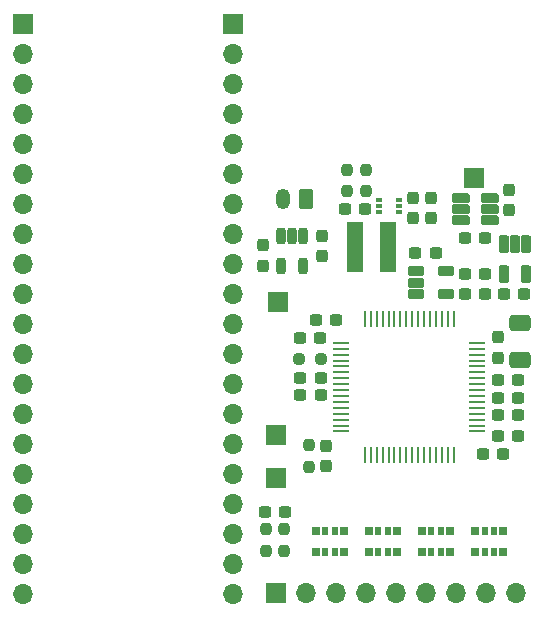
<source format=gts>
%TF.GenerationSoftware,KiCad,Pcbnew,8.0.3*%
%TF.CreationDate,2024-08-10T21:36:20-07:00*%
%TF.ProjectId,v2,76322e6b-6963-4616-945f-706362585858,rev?*%
%TF.SameCoordinates,Original*%
%TF.FileFunction,Soldermask,Top*%
%TF.FilePolarity,Negative*%
%FSLAX46Y46*%
G04 Gerber Fmt 4.6, Leading zero omitted, Abs format (unit mm)*
G04 Created by KiCad (PCBNEW 8.0.3) date 2024-08-10 21:36:20*
%MOMM*%
%LPD*%
G01*
G04 APERTURE LIST*
G04 Aperture macros list*
%AMRoundRect*
0 Rectangle with rounded corners*
0 $1 Rounding radius*
0 $2 $3 $4 $5 $6 $7 $8 $9 X,Y pos of 4 corners*
0 Add a 4 corners polygon primitive as box body*
4,1,4,$2,$3,$4,$5,$6,$7,$8,$9,$2,$3,0*
0 Add four circle primitives for the rounded corners*
1,1,$1+$1,$2,$3*
1,1,$1+$1,$4,$5*
1,1,$1+$1,$6,$7*
1,1,$1+$1,$8,$9*
0 Add four rect primitives between the rounded corners*
20,1,$1+$1,$2,$3,$4,$5,0*
20,1,$1+$1,$4,$5,$6,$7,0*
20,1,$1+$1,$6,$7,$8,$9,0*
20,1,$1+$1,$8,$9,$2,$3,0*%
G04 Aperture macros list end*
%ADD10R,1.700000X1.700000*%
%ADD11RoundRect,0.237500X-0.237500X0.300000X-0.237500X-0.300000X0.237500X-0.300000X0.237500X0.300000X0*%
%ADD12RoundRect,0.198500X-0.508500X-0.198500X0.508500X-0.198500X0.508500X0.198500X-0.508500X0.198500X0*%
%ADD13RoundRect,0.102000X-0.279400X0.635000X-0.279400X-0.635000X0.279400X-0.635000X0.279400X0.635000X0*%
%ADD14RoundRect,0.198500X-0.198500X0.508500X-0.198500X-0.508500X0.198500X-0.508500X0.198500X0.508500X0*%
%ADD15R,0.475000X0.300000*%
%ADD16RoundRect,0.102000X0.635000X0.279400X-0.635000X0.279400X-0.635000X-0.279400X0.635000X-0.279400X0*%
%ADD17R,0.650000X0.800000*%
%ADD18R,0.500000X0.800000*%
%ADD19RoundRect,0.237500X-0.237500X0.250000X-0.237500X-0.250000X0.237500X-0.250000X0.237500X0.250000X0*%
%ADD20RoundRect,0.237500X-0.250000X-0.237500X0.250000X-0.237500X0.250000X0.237500X-0.250000X0.237500X0*%
%ADD21RoundRect,0.237500X0.237500X-0.250000X0.237500X0.250000X-0.237500X0.250000X-0.237500X-0.250000X0*%
%ADD22R,1.447800X4.292600*%
%ADD23RoundRect,0.250000X0.350000X0.625000X-0.350000X0.625000X-0.350000X-0.625000X0.350000X-0.625000X0*%
%ADD24O,1.200000X1.750000*%
%ADD25RoundRect,0.237500X0.300000X0.237500X-0.300000X0.237500X-0.300000X-0.237500X0.300000X-0.237500X0*%
%ADD26RoundRect,0.237500X0.237500X-0.300000X0.237500X0.300000X-0.237500X0.300000X-0.237500X-0.300000X0*%
%ADD27RoundRect,0.237500X-0.300000X-0.237500X0.300000X-0.237500X0.300000X0.237500X-0.300000X0.237500X0*%
%ADD28O,1.700000X1.700000*%
%ADD29R,1.346200X0.279400*%
%ADD30R,0.279400X1.346200*%
%ADD31RoundRect,0.250000X0.650000X-0.412500X0.650000X0.412500X-0.650000X0.412500X-0.650000X-0.412500X0*%
G04 APERTURE END LIST*
D10*
%TO.C,J8*%
X127100000Y-95100000D03*
%TD*%
%TO.C,J7*%
X127300000Y-83800000D03*
%TD*%
%TO.C,J6*%
X127100000Y-98700000D03*
%TD*%
%TO.C,J5*%
X143900000Y-73300000D03*
%TD*%
D11*
%TO.C,C22*%
X146900000Y-74337500D03*
X146900000Y-76062500D03*
%TD*%
D12*
%TO.C,U11*%
X138982500Y-81250000D03*
X138982500Y-82200000D03*
X138982500Y-83150000D03*
X141492500Y-83150000D03*
X141492500Y-81250000D03*
%TD*%
D13*
%TO.C,U8*%
X148339800Y-78904600D03*
X147400000Y-78904600D03*
X146460200Y-78904600D03*
X146460200Y-81495400D03*
X148339800Y-81495400D03*
%TD*%
D14*
%TO.C,U7*%
X129450000Y-80755000D03*
X127550000Y-80755000D03*
X127550000Y-78245000D03*
X128500000Y-78245000D03*
X129450000Y-78245000D03*
%TD*%
D15*
%TO.C,U6*%
X137571450Y-75200000D03*
X137571450Y-75700000D03*
X137571450Y-76200000D03*
X135895450Y-76200000D03*
X135895450Y-75700000D03*
X135895450Y-75200000D03*
%TD*%
D16*
%TO.C,U5*%
X145238400Y-76939800D03*
X145238400Y-76000000D03*
X145238400Y-75060200D03*
X142800000Y-75060200D03*
X142800000Y-76000000D03*
X142800000Y-76939800D03*
%TD*%
D17*
%TO.C,RN8*%
X144000000Y-105000000D03*
D18*
X144800000Y-105000000D03*
X145600000Y-105000000D03*
D17*
X146400000Y-105000000D03*
X146400000Y-103200000D03*
D18*
X145600000Y-103200000D03*
X144800000Y-103200000D03*
D17*
X144000000Y-103200000D03*
%TD*%
%TO.C,RN7*%
X139500000Y-105000000D03*
D18*
X140300000Y-105000000D03*
X141100000Y-105000000D03*
D17*
X141900000Y-105000000D03*
X141900000Y-103200000D03*
D18*
X141100000Y-103200000D03*
X140300000Y-103200000D03*
D17*
X139500000Y-103200000D03*
%TD*%
%TO.C,RN6*%
X135000000Y-103200000D03*
D18*
X135800000Y-103200000D03*
X136600000Y-103200000D03*
D17*
X137400000Y-103200000D03*
X137400000Y-105000000D03*
D18*
X136600000Y-105000000D03*
X135800000Y-105000000D03*
D17*
X135000000Y-105000000D03*
%TD*%
%TO.C,RN5*%
X130500000Y-105000000D03*
D18*
X131300000Y-105000000D03*
X132100000Y-105000000D03*
D17*
X132900000Y-105000000D03*
X132900000Y-103200000D03*
D18*
X132100000Y-103200000D03*
X131300000Y-103200000D03*
D17*
X130500000Y-103200000D03*
%TD*%
D19*
%TO.C,R10*%
X127800000Y-103075000D03*
X127800000Y-104900000D03*
%TD*%
D20*
%TO.C,R6*%
X129087500Y-88700000D03*
X130912500Y-88700000D03*
%TD*%
D21*
%TO.C,R5*%
X133193450Y-72637500D03*
X133193450Y-74462500D03*
%TD*%
D19*
%TO.C,R4*%
X134733450Y-74462500D03*
X134733450Y-72637500D03*
%TD*%
%TO.C,R2*%
X126300000Y-103075000D03*
X126300000Y-104900000D03*
%TD*%
%TO.C,R1*%
X129900000Y-97812500D03*
X129900000Y-95987500D03*
%TD*%
D22*
%TO.C,L1*%
X133800000Y-79200000D03*
X136644800Y-79200000D03*
%TD*%
D23*
%TO.C,J1*%
X129722400Y-75100000D03*
D24*
X127722400Y-75100000D03*
%TD*%
D25*
%TO.C,C30*%
X144862500Y-83200000D03*
X143137500Y-83200000D03*
%TD*%
%TO.C,C29*%
X140662500Y-79700000D03*
X138937500Y-79700000D03*
%TD*%
D11*
%TO.C,C28*%
X126000000Y-80762500D03*
X126000000Y-79037500D03*
%TD*%
D26*
%TO.C,C27*%
X131000000Y-78237500D03*
X131000000Y-79962500D03*
%TD*%
D27*
%TO.C,C24*%
X146437500Y-83200000D03*
X148162500Y-83200000D03*
%TD*%
%TO.C,C23*%
X143137500Y-81500000D03*
X144862500Y-81500000D03*
%TD*%
D26*
%TO.C,C21*%
X140253450Y-75037500D03*
X140253450Y-76762500D03*
%TD*%
%TO.C,C20*%
X138733450Y-75037500D03*
X138733450Y-76762500D03*
%TD*%
D25*
%TO.C,C19*%
X132970950Y-76000000D03*
X134695950Y-76000000D03*
%TD*%
D27*
%TO.C,C18*%
X143137500Y-78400000D03*
X144862500Y-78400000D03*
%TD*%
D25*
%TO.C,C17*%
X132262500Y-85400000D03*
X130537500Y-85400000D03*
%TD*%
%TO.C,C16*%
X130862500Y-86900000D03*
X129137500Y-86900000D03*
%TD*%
D27*
%TO.C,C15*%
X145937500Y-95200000D03*
X147662500Y-95200000D03*
%TD*%
%TO.C,C14*%
X144637500Y-96700000D03*
X146362500Y-96700000D03*
%TD*%
D25*
%TO.C,C7*%
X127900000Y-101600000D03*
X126175000Y-101600000D03*
%TD*%
D11*
%TO.C,C1*%
X131400000Y-97762500D03*
X131400000Y-96037500D03*
%TD*%
D10*
%TO.C,J3*%
X105720000Y-60320000D03*
D28*
X105720000Y-62860000D03*
X105720000Y-65400000D03*
X105720000Y-67940000D03*
X105720000Y-70480000D03*
X105720000Y-73020000D03*
X105720000Y-75560000D03*
X105720000Y-78100000D03*
X105720000Y-80640000D03*
X105720000Y-83180000D03*
X105720000Y-85720000D03*
X105720000Y-88260000D03*
X105720000Y-90800000D03*
X105720000Y-93340000D03*
X105720000Y-95880000D03*
X105720000Y-98420000D03*
X105720000Y-100960000D03*
X105720000Y-103500000D03*
X105720000Y-106040000D03*
X105720000Y-108580000D03*
%TD*%
D10*
%TO.C,J2*%
X127100000Y-108500000D03*
D28*
X129640000Y-108500000D03*
X132180000Y-108500000D03*
X134720000Y-108500000D03*
X137260000Y-108500000D03*
X139800000Y-108500000D03*
X142340000Y-108500000D03*
X144880000Y-108500000D03*
X147420000Y-108500000D03*
%TD*%
D10*
%TO.C,J4*%
X123500000Y-60320000D03*
D28*
X123500000Y-62860000D03*
X123500000Y-65400000D03*
X123500000Y-67940000D03*
X123500000Y-70480000D03*
X123500000Y-73020000D03*
X123500000Y-75560000D03*
X123500000Y-78100000D03*
X123500000Y-80640000D03*
X123500000Y-83180000D03*
X123500000Y-85720000D03*
X123500000Y-88260000D03*
X123500000Y-90800000D03*
X123500000Y-93340000D03*
X123500000Y-95880000D03*
X123500000Y-98420000D03*
X123500000Y-100960000D03*
X123500000Y-103500000D03*
X123500000Y-106040000D03*
X123500000Y-108580000D03*
%TD*%
D29*
%TO.C,U1*%
X132643000Y-94800000D03*
X132643000Y-94300001D03*
X132643000Y-93800000D03*
X132643000Y-93300001D03*
X132643000Y-92799999D03*
X132643000Y-92300000D03*
X132643000Y-91800001D03*
X132643000Y-91300000D03*
X132643000Y-90800000D03*
X132643000Y-90299999D03*
X132643000Y-89800000D03*
X132643000Y-89300001D03*
X132643000Y-88799999D03*
X132643000Y-88300000D03*
X132643000Y-87799999D03*
X132643000Y-87300000D03*
D30*
X134671500Y-85271500D03*
X135171499Y-85271500D03*
X135671500Y-85271500D03*
X136171499Y-85271500D03*
X136671501Y-85271500D03*
X137171500Y-85271500D03*
X137671499Y-85271500D03*
X138171500Y-85271500D03*
X138671500Y-85271500D03*
X139171501Y-85271500D03*
X139671500Y-85271500D03*
X140171499Y-85271500D03*
X140671501Y-85271500D03*
X141171500Y-85271500D03*
X141671501Y-85271500D03*
X142171500Y-85271500D03*
D29*
X144200000Y-87300000D03*
X144200000Y-87799999D03*
X144200000Y-88300000D03*
X144200000Y-88799999D03*
X144200000Y-89300001D03*
X144200000Y-89800000D03*
X144200000Y-90299999D03*
X144200000Y-90800000D03*
X144200000Y-91300000D03*
X144200000Y-91800001D03*
X144200000Y-92300000D03*
X144200000Y-92799999D03*
X144200000Y-93300001D03*
X144200000Y-93800000D03*
X144200000Y-94300001D03*
X144200000Y-94800000D03*
D30*
X142171500Y-96828500D03*
X141671501Y-96828500D03*
X141171500Y-96828500D03*
X140671501Y-96828500D03*
X140171499Y-96828500D03*
X139671500Y-96828500D03*
X139171501Y-96828500D03*
X138671500Y-96828500D03*
X138171500Y-96828500D03*
X137671499Y-96828500D03*
X137171500Y-96828500D03*
X136671501Y-96828500D03*
X136171499Y-96828500D03*
X135671500Y-96828500D03*
X135171499Y-96828500D03*
X134671500Y-96828500D03*
%TD*%
D26*
%TO.C,C12*%
X145921500Y-88541294D03*
X145921500Y-86816294D03*
%TD*%
D27*
%TO.C,C3*%
X145921500Y-93441294D03*
X147646500Y-93441294D03*
%TD*%
%TO.C,C5*%
X145921500Y-90441294D03*
X147646500Y-90441294D03*
%TD*%
D25*
%TO.C,C2*%
X147646500Y-91941294D03*
X145921500Y-91941294D03*
%TD*%
D27*
%TO.C,C8*%
X129196500Y-90241294D03*
X130921500Y-90241294D03*
%TD*%
%TO.C,C9*%
X129196500Y-91741294D03*
X130921500Y-91741294D03*
%TD*%
D31*
%TO.C,C13*%
X147821500Y-88741294D03*
X147821500Y-85616294D03*
%TD*%
M02*

</source>
